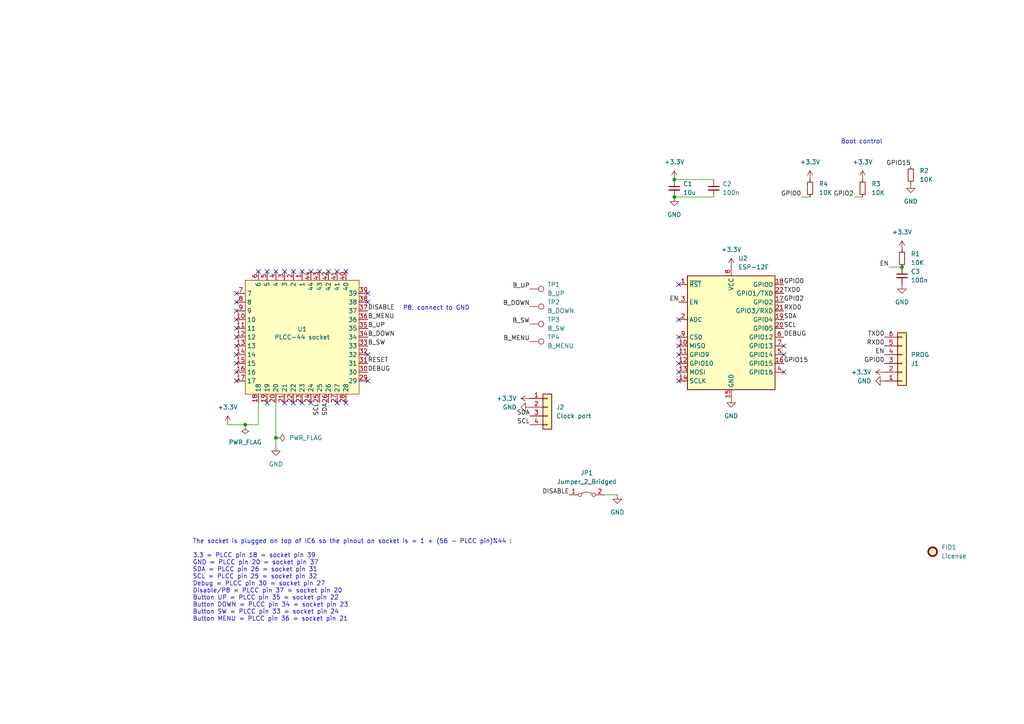
<source format=kicad_sch>
(kicad_sch (version 20230121) (generator eeschema)
  (paper "A4")
  (title_block (title "GBS-control board") (date "2022-10-22") (rev "0.1") (company "FLACO 2022 CC-BY-NC-SA"))
  (lib_symbols
    (symbol "Connector:TestPoint" (pin_numbers hide) (pin_names (offset 0.762) hide)
      (property "Reference" "TP" (at 0 6.858 0))
      (property "Value" "TestPoint" (at 0 5.08 0))
      (symbol "TestPoint_0_1"
        (circle (center 0 3.302) (radius 0.762))
      )
      (symbol "TestPoint_1_1"
        (pin passive line (at 0 0 90) (length 2.54) (name "1") (number "1"))
      )
    )
    (symbol "Connector_Generic:Conn_01x04" (pin_names (offset 1.016) hide)
      (property "Reference" "J" (at 0 5.08 0))
      (property "Value" "Conn_01x04" (at 0 -7.62 0))
      (symbol "Conn_01x04_1_1"
        (rectangle (start -1.27 -4.953) (end 0 -5.207) (stroke (width 0.1524)))
        (rectangle (start -1.27 -2.413) (end 0 -2.667) (stroke (width 0.1524)))
        (rectangle (start -1.27 0.127) (end 0 -0.127) (stroke (width 0.1524)))
        (rectangle (start -1.27 2.667) (end 0 2.413) (stroke (width 0.1524)))
        (rectangle (start -1.27 3.81) (end 1.27 -6.35) (stroke (width 0.254)) (fill (type background)))
        (pin passive line (at -5.08 2.54 0) (length 3.81) (name "Pin_1") (number "1"))
        (pin passive line (at -5.08 0 0) (length 3.81) (name "Pin_2") (number "2"))
        (pin passive line (at -5.08 -2.54 0) (length 3.81) (name "Pin_3") (number "3"))
        (pin passive line (at -5.08 -5.08 0) (length 3.81) (name "Pin_4") (number "4"))
      )
    )
    (symbol "Connector_Generic:Conn_01x06" (pin_names (offset 1.016) hide)
      (property "Reference" "J" (at 0 7.62 0))
      (property "Value" "Conn_01x06" (at 0 -10.16 0))
      (symbol "Conn_01x06_1_1"
        (rectangle (start -1.27 -7.493) (end 0 -7.747) (stroke (width 0.1524)))
        (rectangle (start -1.27 -4.953) (end 0 -5.207) (stroke (width 0.1524)))
        (rectangle (start -1.27 -2.413) (end 0 -2.667) (stroke (width 0.1524)))
        (rectangle (start -1.27 0.127) (end 0 -0.127) (stroke (width 0.1524)))
        (rectangle (start -1.27 2.667) (end 0 2.413) (stroke (width 0.1524)))
        (rectangle (start -1.27 5.207) (end 0 4.953) (stroke (width 0.1524)))
        (rectangle (start -1.27 6.35) (end 1.27 -8.89) (stroke (width 0.254)) (fill (type background)))
        (pin passive line (at -5.08 5.08 0) (length 3.81) (name "Pin_1") (number "1"))
        (pin passive line (at -5.08 2.54 0) (length 3.81) (name "Pin_2") (number "2"))
        (pin passive line (at -5.08 0 0) (length 3.81) (name "Pin_3") (number "3"))
        (pin passive line (at -5.08 -2.54 0) (length 3.81) (name "Pin_4") (number "4"))
        (pin passive line (at -5.08 -5.08 0) (length 3.81) (name "Pin_5") (number "5"))
        (pin passive line (at -5.08 -7.62 0) (length 3.81) (name "Pin_6") (number "6"))
      )
    )
    (symbol "Device:C_Small" (pin_numbers hide) (pin_names (offset 0.254) hide)
      (property "Reference" "C" (at 0.254 1.778 0))
      (property "Value" "C_Small" (at 0.254 -2.032 0))
      (symbol "C_Small_0_1"
        (polyline (pts (xy -1.524 -0.508) (xy 1.524 -0.508)) (stroke (width 0.3302)))
        (polyline (pts (xy -1.524 0.508) (xy 1.524 0.508)) (stroke (width 0.3048)))
      )
      (symbol "C_Small_1_1"
        (pin passive line (at 0 2.54 270) (length 2.032) (name "~") (number "1"))
        (pin passive line (at 0 -2.54 90) (length 2.032) (name "~") (number "2"))
      )
    )
    (symbol "Device:R_Small" (pin_numbers hide) (pin_names (offset 0.254) hide)
      (property "Reference" "R" (at 0.762 0.508 0))
      (property "Value" "R_Small" (at 0.762 -1.016 0))
      (symbol "R_Small_0_1"
        (rectangle (start -0.762 1.778) (end 0.762 -1.778) (stroke (width 0.2032)))
      )
      (symbol "R_Small_1_1"
        (pin passive line (at 0 2.54 270) (length 0.762) (name "~") (number "1"))
        (pin passive line (at 0 -2.54 90) (length 0.762) (name "~") (number "2"))
      )
    )
    (symbol "Jumper:Jumper_2_Bridged" (pin_names (offset 0) hide)
      (property "Reference" "JP" (at 0 1.905 0))
      (property "Value" "Jumper_2_Bridged" (at 0 -2.54 0))
      (symbol "Jumper_2_Bridged_0_0"
        (circle (center -2.032 0) (radius 0.508))
        (circle (center 2.032 0) (radius 0.508))
      )
      (symbol "Jumper_2_Bridged_0_1"
        (arc (start 1.524 0.254) (mid 0 0.762) (end -1.524 0.254))
      )
      (symbol "Jumper_2_Bridged_1_1"
        (pin passive line (at -5.08 0 0) (length 2.54) (name "A") (number "1"))
        (pin passive line (at 5.08 0 180) (length 2.54) (name "B") (number "2"))
      )
    )
    (symbol "Mechanical:Fiducial"
      (property "Reference" "FID" (at 0 5.08 0))
      (property "Value" "Fiducial" (at 0 3.175 0))
      (symbol "Fiducial_0_1"
        (circle (center 0 0) (radius 1.27) (stroke (width 0.508)) (fill (type background)))
      )
    )
    (symbol "RF_Module:ESP-12F"
      (property "Reference" "U" (at -12.7 19.05 0))
      (property "Value" "ESP-12F" (at 12.7 19.05 0))
      (symbol "ESP-12F_0_1"
        (rectangle (start -12.7 17.78) (end 12.7 -15.24) (stroke (width 0.254)) (fill (type background)))
      )
      (symbol "ESP-12F_1_1"
        (pin input line (at -15.24 15.24 0) (length 2.54) (name "~{RST}") (number "1"))
        (pin bidirectional line (at -15.24 -2.54 0) (length 2.54) (name "MISO") (number "10"))
        (pin bidirectional line (at -15.24 -5.08 0) (length 2.54) (name "GPIO9") (number "11"))
        (pin bidirectional line (at -15.24 -7.62 0) (length 2.54) (name "GPIO10") (number "12"))
        (pin bidirectional line (at -15.24 -10.16 0) (length 2.54) (name "MOSI") (number "13"))
        (pin bidirectional line (at -15.24 -12.7 0) (length 2.54) (name "SCLK") (number "14"))
        (pin power_in line (at 0 -17.78 90) (length 2.54) (name "GND") (number "15"))
        (pin bidirectional line (at 15.24 -7.62 180) (length 2.54) (name "GPIO15") (number "16"))
        (pin bidirectional line (at 15.24 10.16 180) (length 2.54) (name "GPIO2") (number "17"))
        (pin bidirectional line (at 15.24 15.24 180) (length 2.54) (name "GPIO0") (number "18"))
        (pin bidirectional line (at 15.24 5.08 180) (length 2.54) (name "GPIO4") (number "19"))
        (pin input line (at -15.24 5.08 0) (length 2.54) (name "ADC") (number "2"))
        (pin bidirectional line (at 15.24 2.54 180) (length 2.54) (name "GPIO5") (number "20"))
        (pin bidirectional line (at 15.24 7.62 180) (length 2.54) (name "GPIO3/RXD") (number "21"))
        (pin bidirectional line (at 15.24 12.7 180) (length 2.54) (name "GPIO1/TXD") (number "22"))
        (pin input line (at -15.24 10.16 0) (length 2.54) (name "EN") (number "3"))
        (pin bidirectional line (at 15.24 -10.16 180) (length 2.54) (name "GPIO16") (number "4"))
        (pin bidirectional line (at 15.24 -5.08 180) (length 2.54) (name "GPIO14") (number "5"))
        (pin bidirectional line (at 15.24 0 180) (length 2.54) (name "GPIO12") (number "6"))
        (pin bidirectional line (at 15.24 -2.54 180) (length 2.54) (name "GPIO13") (number "7"))
        (pin power_in line (at 0 20.32 270) (length 2.54) (name "VCC") (number "8"))
        (pin input line (at -15.24 0 0) (length 2.54) (name "CS0") (number "9"))
      )
    )
    (symbol "Sassa:PLCC-44"
      (property "Reference" "J" (at 0 2.3114 0))
      (property "Value" "PLCC-44" (at 0 0 0))
      (symbol "PLCC-44_0_1"
        (rectangle (start -16.51 16.51) (end 16.51 -16.51) (fill (type background)))
      )
      (symbol "PLCC-44_1_1"
        (pin passive line (at 0 19.05 270) (length 2.54) (name "1") (number "1"))
        (pin passive line (at -19.05 5.08 0) (length 2.54) (name "10") (number "10"))
        (pin passive line (at -19.05 2.54 0) (length 2.54) (name "11") (number "11"))
        (pin passive line (at -19.05 0 0) (length 2.54) (name "12") (number "12"))
        (pin passive line (at -19.05 -2.54 0) (length 2.54) (name "13") (number "13"))
        (pin passive line (at -19.05 -5.08 0) (length 2.54) (name "14") (number "14"))
        (pin passive line (at -19.05 -7.62 0) (length 2.54) (name "15") (number "15"))
        (pin passive line (at -19.05 -10.16 0) (length 2.54) (name "16") (number "16"))
        (pin passive line (at -19.05 -12.7 0) (length 2.54) (name "17") (number "17"))
        (pin passive line (at -12.7 -19.05 90) (length 2.54) (name "18") (number "18"))
        (pin passive line (at -10.16 -19.05 90) (length 2.54) (name "19") (number "19"))
        (pin passive line (at -2.54 19.05 270) (length 2.54) (name "2") (number "2"))
        (pin passive line (at -7.62 -19.05 90) (length 2.54) (name "20") (number "20"))
        (pin passive line (at -5.08 -19.05 90) (length 2.54) (name "21") (number "21"))
        (pin passive line (at -2.54 -19.05 90) (length 2.54) (name "22") (number "22"))
        (pin passive line (at 0 -19.05 90) (length 2.54) (name "23") (number "23"))
        (pin passive line (at 2.54 -19.05 90) (length 2.54) (name "24") (number "24"))
        (pin passive line (at 5.08 -19.05 90) (length 2.54) (name "25") (number "25"))
        (pin passive line (at 7.62 -19.05 90) (length 2.54) (name "26") (number "26"))
        (pin passive line (at 10.16 -19.05 90) (length 2.54) (name "27") (number "27"))
        (pin passive line (at 12.7 -19.05 90) (length 2.54) (name "28") (number "28"))
        (pin passive line (at 19.05 -12.7 180) (length 2.54) (name "29") (number "29"))
        (pin passive line (at -5.08 19.05 270) (length 2.54) (name "3") (number "3"))
        (pin passive line (at 19.05 -10.16 180) (length 2.54) (name "30") (number "30"))
        (pin passive line (at 19.05 -7.62 180) (length 2.54) (name "31") (number "31"))
        (pin passive line (at 19.05 -5.08 180) (length 2.54) (name "32") (number "32"))
        (pin passive line (at 19.05 -2.54 180) (length 2.54) (name "33") (number "33"))
        (pin passive line (at 19.05 0 180) (length 2.54) (name "34") (number "34"))
        (pin passive line (at 19.05 2.54 180) (length 2.54) (name "35") (number "35"))
        (pin passive line (at 19.05 5.08 180) (length 2.54) (name "36") (number "36"))
        (pin passive line (at 19.05 7.62 180) (length 2.54) (name "37") (number "37"))
        (pin passive line (at 19.05 10.16 180) (length 2.54) (name "38") (number "38"))
        (pin passive line (at 19.05 12.7 180) (length 2.54) (name "39") (number "39"))
        (pin passive line (at -7.62 19.05 270) (length 2.54) (name "4") (number "4"))
        (pin passive line (at 12.7 19.05 270) (length 2.54) (name "40") (number "40"))
        (pin passive line (at 10.16 19.05 270) (length 2.54) (name "41") (number "41"))
        (pin passive line (at 7.62 19.05 270) (length 2.54) (name "42") (number "42"))
        (pin passive line (at 5.08 19.05 270) (length 2.54) (name "43") (number "43"))
        (pin passive line (at 2.54 19.05 270) (length 2.54) (name "44") (number "44"))
        (pin passive line (at -10.16 19.05 270) (length 2.54) (name "5") (number "5"))
        (pin passive line (at -12.7 19.05 270) (length 2.54) (name "6") (number "6"))
        (pin passive line (at -19.05 12.7 0) (length 2.54) (name "7") (number "7"))
        (pin passive line (at -19.05 10.16 0) (length 2.54) (name "8") (number "8"))
        (pin passive line (at -19.05 7.62 0) (length 2.54) (name "9") (number "9"))
      )
    )
    (symbol "power:+3.3V" (power) (pin_names (offset 0))
      (property "Value" "+3.3V" (at 0 3.556 0))
      (symbol "+3.3V_0_1"
        (polyline (pts (xy -0.762 1.27) (xy 0 2.54)))
        (polyline (pts (xy 0 0) (xy 0 2.54)))
        (polyline (pts (xy 0 2.54) (xy 0.762 1.27)))
      )
      (symbol "+3.3V_1_1"
        (pin power_in line (at 0 0 90) (length 0) hide (name "+3.3V") (number "1"))
      )
    )
    (symbol "power:GND" (power) (pin_names (offset 0))
      (property "Value" "GND" (at 0 -3.81 0))
      (symbol "GND_0_1"
        (polyline (pts (xy 0 0) (xy 0 -1.27) (xy 1.27 -1.27) (xy 0 -2.54) (xy -1.27 -1.27) (xy 0 -1.27)))
      )
      (symbol "GND_1_1"
        (pin power_in line (at 0 0 270) (length 0) hide (name "GND") (number "1"))
      )
    )
    (symbol "power:PWR_FLAG" (power) (pin_numbers hide) (pin_names (offset 0) hide)
      (property "Value" "PWR_FLAG" (at 0 3.81 0))
      (symbol "PWR_FLAG_0_0"
        (pin power_out line (at 0 0 90) (length 0) (name "pwr") (number "1"))
      )
      (symbol "PWR_FLAG_0_1"
        (polyline (pts (xy 0 0) (xy 0 1.27) (xy -1.016 1.905) (xy 0 2.54) (xy 1.016 1.905) (xy 0 1.27)))
      )
    )
  )
  (junction (at 195.58 52.07))
  (junction (at 71.12 123.19))
  (junction (at 80.01 127))
  (junction (at 261.62 77.47))
  (junction (at 195.58 57.15))
  (no_connect (at 227.33 107.95))
  (no_connect (at 82.55 78.74))
  (no_connect (at 90.17 116.84))
  (no_connect (at 196.85 102.87))
  (no_connect (at 85.09 116.84))
  (no_connect (at 77.47 116.84))
  (no_connect (at 74.93 78.74))
  (no_connect (at 95.25 78.74))
  (no_connect (at 80.01 78.74))
  (no_connect (at 196.85 82.55))
  (no_connect (at 100.33 116.84))
  (no_connect (at 92.71 78.74))
  (no_connect (at 68.58 105.41))
  (no_connect (at 87.63 78.74))
  (no_connect (at 68.58 107.95))
  (no_connect (at 100.33 78.74))
  (no_connect (at 196.85 100.33))
  (no_connect (at 90.17 78.74))
  (no_connect (at 77.47 78.74))
  (no_connect (at 106.68 102.87))
  (no_connect (at 196.85 107.95))
  (no_connect (at 196.85 110.49))
  (no_connect (at 68.58 90.17))
  (no_connect (at 106.68 85.09))
  (no_connect (at 196.85 105.41))
  (no_connect (at 68.58 100.33))
  (no_connect (at 87.63 116.84))
  (no_connect (at 85.09 78.74))
  (no_connect (at 68.58 97.79))
  (no_connect (at 106.68 87.63))
  (no_connect (at 196.85 92.71))
  (no_connect (at 68.58 85.09))
  (no_connect (at 68.58 102.87))
  (no_connect (at 68.58 110.49))
  (no_connect (at 68.58 95.25))
  (no_connect (at 68.58 92.71))
  (no_connect (at 97.79 116.84))
  (no_connect (at 227.33 100.33))
  (no_connect (at 196.85 97.79))
  (no_connect (at 97.79 78.74))
  (no_connect (at 106.68 110.49))
  (no_connect (at 82.55 116.84))
  (no_connect (at 227.33 102.87))
  (no_connect (at 68.58 87.63))
  (wire (pts (xy 195.58 57.15) (xy 207.01 57.15)))
  (wire (pts (xy 80.01 129.54) (xy 80.01 127)))
  (wire (pts (xy 247.65 57.15) (xy 250.19 57.15)))
  (wire (pts (xy 257.81 77.47) (xy 261.62 77.47)))
  (wire (pts (xy 232.41 57.15) (xy 234.95 57.15)))
  (wire (pts (xy 175.26 143.51) (xy 179.07 143.51)))
  (wire (pts (xy 80.01 127) (xy 80.01 116.84)))
  (wire (pts (xy 74.93 123.19) (xy 71.12 123.19)))
  (wire (pts (xy 195.58 52.07) (xy 207.01 52.07)))
  (wire (pts (xy 71.12 123.19) (xy 66.04 123.19)))
  (wire (pts (xy 74.93 116.84) (xy 74.93 123.19)))
  (text "Boot control" (at 243.84 41.91 0) (effects (font (size 1.27 1.27)) (justify left bottom)))
  (text "P8, connect to GND" (at 116.84 90.17 0) (effects (font (size 1.27 1.27)) (justify left bottom)))
  (text "\nThe socket is plugged on top of IC6 so the pinout on socket is = 1 + (56 - PLCC pin)%44 :\n\n3.3 = PLCC pin 18 = socket pin 39\nGND = PLCC pin 20 = socket pin 37\nSDA = PLCC pin 26 = socket pin 31\nSCL = PLCC pin 25 = socket pin 32\nDebug = PLCC pin 30 = socket pin 27\nDisable/P8 = PLCC pin 37 = socket pin 20\nButton UP = PLCC pin 35 = socket pin 22\nButton DOWN = PLCC pin 34 = socket pin 23\nButton SW = PLCC pin 33 = socket pin 24\nButton MENU = PLCC pin 36 = socket pin 21\n" (at 55.88 180.34 0) (effects (font (size 1.27 1.27)) (justify left bottom)))
  (label "B_SW" (at 106.68 100.33 0))
  (label "SDA" (at 95.25 116.84 270))
  (label "GPIO2" (at 247.65 57.15 180))
  (label "TXD0" (at 256.54 97.79 180))
  (label "DEBUG" (at 227.33 97.79 0))
  (label "DISABLE" (at 106.68 90.17 0))
  (label "GPIO15" (at 264.16 48.26 180))
  (label "EN" (at 256.54 102.87 180))
  (label "B_MENU" (at 153.67 99.06 180))
  (label "EN" (at 196.85 87.63 180))
  (label "B_UP" (at 153.67 83.82 180))
  (label "EN" (at 257.81 77.47 180))
  (label "SCL" (at 153.67 123.19 180))
  (label "B_DOWN" (at 153.67 88.9 180))
  (label "DISABLE" (at 165.1 143.51 180))
  (label "SDA" (at 227.33 92.71 0))
  (label "RXD0" (at 227.33 90.17 0))
  (label "SDA" (at 153.67 120.65 180))
  (label "GPIO2" (at 227.33 87.63 0))
  (label "B_DOWN" (at 106.68 97.79 0))
  (label "RESET" (at 106.68 105.41 0))
  (label "GPIO0" (at 232.41 57.15 180))
  (label "SCL" (at 227.33 95.25 0))
  (label "B_SW" (at 153.67 93.98 180))
  (label "TXD0" (at 227.33 85.09 0))
  (label "SCL" (at 92.71 116.84 270))
  (label "B_UP" (at 106.68 95.25 0))
  (label "RXD0" (at 256.54 100.33 180))
  (label "DEBUG" (at 106.68 107.95 0))
  (label "GPIO0" (at 227.33 82.55 0))
  (label "GPIO15" (at 227.33 105.41 0))
  (label "B_MENU" (at 106.68 92.71 0))
  (label "GPIO0" (at 256.54 105.41 180))
  (symbol (lib_id "power:+3.3V") (at 153.67 115.57 90) (unit 1)
    (property "Reference" "#PWR013" (effects hide))
    (property "Value" "+3.3V" (at 149.86 115.5699 90) (effects (justify left)))
  )
  (symbol (lib_id "power:GND") (at 195.58 57.15 0) (unit 1)
    (property "Reference" "#PWR0102" (effects hide))
    (property "Value" "GND" (at 195.58 62.23 0))
  )
  (symbol (lib_id "power:GND") (at 261.62 82.55 0) (unit 1)
    (property "Reference" "#PWR09" (effects hide))
    (property "Value" "GND" (at 261.62 87.63 0))
  )
  (symbol (lib_id "power:+3.3V") (at 261.62 72.39 0) (unit 1)
    (property "Reference" "#PWR08" (effects hide))
    (property "Value" "+3.3V" (at 261.62 67.31 0))
  )
  (symbol (lib_id "power:GND") (at 153.67 118.11 270) (unit 1)
    (property "Reference" "#PWR014" (effects hide))
    (property "Value" "GND" (at 149.86 118.1099 90) (effects (justify right)))
  )
  (symbol (lib_id "power:GND") (at 179.07 143.51 0) (unit 1)
    (property "Reference" "#PWR03" (effects hide))
    (property "Value" "GND" (at 179.07 148.59 0))
  )
  (symbol (lib_id "Device:R_Small") (at 261.62 74.93 0) (unit 1)
    (property "Reference" "R1" (at 264.16 73.6599 0) (effects (justify left)))
    (property "Value" "10K" (at 264.16 76.1999 0) (effects (justify left)))
    (property "Footprint" "Resistor_SMD:R_0805_2012Metric" (effects hide))
  )
  (symbol (lib_id "power:GND") (at 80.01 129.54 0) (unit 1)
    (property "Reference" "#PWR02" (effects hide))
    (property "Value" "GND" (at 80.01 134.62 0))
  )
  (symbol (lib_id "Connector_Generic:Conn_01x06") (at 261.62 105.41 0) (mirror x) (unit 1)
    (property "Reference" "J1" (at 264.16 105.4101 0) (effects (justify left)))
    (property "Value" "PROG" (at 264.16 102.8701 0) (effects (justify left)))
    (property "Footprint" "Connector_PinSocket_2.54mm:PinSocket_1x06_P2.54mm_Vertical" (effects hide))
  )
  (symbol (lib_id "Jumper:Jumper_2_Bridged") (at 170.18 143.51 0) (unit 1)
    (property "Reference" "JP1" (at 170.18 137.16 0))
    (property "Value" "Jumper_2_Bridged" (at 170.18 139.7 0))
    (property "Footprint" "Jumper:SolderJumper-2_P1.3mm_Bridged_RoundedPad1.0x1.5mm" (effects hide))
  )
  (symbol (lib_id "Connector:TestPoint") (at 153.67 93.98 270) (unit 1)
    (property "Reference" "TP3" (at 158.75 92.7099 90) (effects (justify left)))
    (property "Value" "B_SW" (at 158.75 95.2499 90) (effects (justify left)))
    (property "Footprint" "TestPoint:TestPoint_Pad_D1.0mm" (effects hide))
  )
  (symbol (lib_id "Device:R_Small") (at 250.19 54.61 0) (unit 1)
    (property "Reference" "R3" (at 252.73 53.3399 0) (effects (justify left)))
    (property "Value" "10K" (at 252.73 55.8799 0) (effects (justify left)))
    (property "Footprint" "Resistor_SMD:R_0805_2012Metric" (effects hide))
  )
  (symbol (lib_id "Connector:TestPoint") (at 153.67 99.06 270) (unit 1)
    (property "Reference" "TP4" (at 158.75 97.7899 90) (effects (justify left)))
    (property "Value" "B_MENU" (at 158.75 100.3299 90) (effects (justify left)))
    (property "Footprint" "TestPoint:TestPoint_Pad_D1.0mm" (effects hide))
  )
  (symbol (lib_id "Connector:TestPoint") (at 153.67 83.82 270) (unit 1)
    (property "Reference" "TP1" (at 158.75 82.5499 90) (effects (justify left)))
    (property "Value" "B_UP" (at 158.75 85.0899 90) (effects (justify left)))
    (property "Footprint" "TestPoint:TestPoint_Pad_D1.0mm" (effects hide))
  )
  (symbol (lib_id "power:+3.3V") (at 212.09 77.47 0) (unit 1)
    (property "Reference" "#PWR04" (effects hide))
    (property "Value" "+3.3V" (at 212.09 72.39 0))
  )
  (symbol (lib_id "Device:R_Small") (at 264.16 50.8 0) (unit 1)
    (property "Reference" "R2" (at 266.7 49.5299 0) (effects (justify left)))
    (property "Value" "10K" (at 266.7 52.0699 0) (effects (justify left)))
    (property "Footprint" "Resistor_SMD:R_0805_2012Metric" (effects hide))
  )
  (symbol (lib_id "power:PWR_FLAG") (at 80.01 127 270) (unit 1)
    (property "Reference" "#FLG01" (effects hide))
    (property "Value" "PWR_FLAG" (at 83.82 127 90) (effects (justify left)))
  )
  (symbol (lib_id "power:+3.3V") (at 256.54 107.95 90) (unit 1)
    (property "Reference" "#PWR06" (effects hide))
    (property "Value" "+3.3V" (at 252.73 107.9499 90) (effects (justify left)))
  )
  (symbol (lib_id "power:+3.3V") (at 234.95 52.07 0) (unit 1)
    (property "Reference" "#PWR012" (effects hide))
    (property "Value" "+3.3V" (at 234.95 46.99 0))
  )
  (symbol (lib_id "Connector:TestPoint") (at 153.67 88.9 270) (unit 1)
    (property "Reference" "TP2" (at 158.75 87.6299 90) (effects (justify left)))
    (property "Value" "B_DOWN" (at 158.75 90.1699 90) (effects (justify left)))
    (property "Footprint" "TestPoint:TestPoint_Pad_D1.0mm" (effects hide))
  )
  (symbol (lib_id "power:GND") (at 264.16 53.34 0) (unit 1)
    (property "Reference" "#PWR010" (effects hide))
    (property "Value" "GND" (at 264.16 58.42 0))
  )
  (symbol (lib_id "power:PWR_FLAG") (at 71.12 123.19 180) (unit 1)
    (property "Reference" "#FLG02" (effects hide))
    (property "Value" "PWR_FLAG" (at 71.12 128.27 0))
  )
  (symbol (lib_id "power:GND") (at 256.54 110.49 270) (unit 1)
    (property "Reference" "#PWR07" (effects hide))
    (property "Value" "GND" (at 252.73 110.4899 90) (effects (justify right)))
  )
  (symbol (lib_id "Mechanical:Fiducial") (at 270.51 160.02 0) (unit 1)
    (property "Reference" "FID1" (at 273.05 158.7499 0) (effects (justify left)))
    (property "Value" "License" (at 273.05 161.2899 0) (effects (justify left)))
    (property "Footprint" "Sassa:CC_BY_NC_SA_long_silkscreen" (effects hide))
  )
  (symbol (lib_id "power:+3.3V") (at 195.58 52.07 0) (unit 1)
    (property "Reference" "#PWR0101" (effects hide))
    (property "Value" "+3.3V" (at 195.58 46.99 0))
  )
  (symbol (lib_id "Connector_Generic:Conn_01x04") (at 158.75 118.11 0) (unit 1)
    (property "Reference" "J2" (at 161.29 118.1099 0) (effects (justify left)))
    (property "Value" "Clock port" (at 161.29 120.6499 0) (effects (justify left)))
    (property "Footprint" "Connector_PinHeader_2.54mm:PinHeader_1x04_P2.54mm_Vertical" (effects hide))
  )
  (symbol (lib_id "Device:C_Small") (at 261.62 80.01 0) (unit 1)
    (property "Reference" "C3" (at 264.16 78.7462 0) (effects (justify left)))
    (property "Value" "100n" (at 264.16 81.2862 0) (effects (justify left)))
    (property "Footprint" "Capacitor_SMD:C_0805_2012Metric" (effects hide))
  )
  (symbol (lib_id "power:GND") (at 212.09 115.57 0) (unit 1)
    (property "Reference" "#PWR05" (effects hide))
    (property "Value" "GND" (at 212.09 120.65 0))
  )
  (symbol (lib_id "power:+3.3V") (at 66.04 123.19 0) (unit 1)
    (property "Reference" "#PWR01" (effects hide))
    (property "Value" "+3.3V" (at 66.04 118.11 0))
  )
  (symbol (lib_id "Device:C_Small") (at 195.58 54.61 0) (unit 1)
    (property "Reference" "C1" (at 198.12 53.3462 0) (effects (justify left)))
    (property "Value" "10u" (at 198.12 55.8862 0) (effects (justify left)))
    (property "Footprint" "Capacitor_SMD:C_0805_2012Metric" (effects hide))
  )
  (symbol (lib_id "Device:C_Small") (at 207.01 54.61 0) (unit 1)
    (property "Reference" "C2" (at 209.55 53.3462 0) (effects (justify left)))
    (property "Value" "100n" (at 209.55 55.8862 0) (effects (justify left)))
    (property "Footprint" "Capacitor_SMD:C_0805_2012Metric" (effects hide))
  )
  (symbol (lib_id "RF_Module:ESP-12F") (at 212.09 97.79 0) (unit 1)
    (property "Reference" "U2" (at 214.1094 74.93 0) (effects (justify left)))
    (property "Value" "ESP-12F" (at 214.1094 77.47 0) (effects (justify left)))
    (property "Footprint" "Sassa:ESP-12E_No-bottom-pins" (effects hide))
    (property "Datasheet" "http://wiki.ai-thinker.com/_media/esp8266/esp8266_series_modules_user_manual_v1.1.pdf" (effects hide))
  )
  (symbol (lib_id "power:+3.3V") (at 250.19 52.07 0) (unit 1)
    (property "Reference" "#PWR011" (effects hide))
    (property "Value" "+3.3V" (at 250.19 46.99 0))
  )
  (symbol (lib_id "Sassa:PLCC-44") (at 87.63 97.79 0) (unit 1)
    (property "Reference" "U1" (at 87.63 95.4786 0))
    (property "Value" "PLCC-44 socket" (at 87.63 97.79 0))
    (property "Footprint" "Sassa:PLCC-44_THT-SocketOnTop" (effects hide))
  )
  (symbol (lib_id "Device:R_Small") (at 234.95 54.61 0) (unit 1)
    (property "Reference" "R4" (at 237.49 53.3399 0) (effects (justify left)))
    (property "Value" "10K" (at 237.49 55.8799 0) (effects (justify left)))
    (property "Footprint" "Resistor_SMD:R_0805_2012Metric" (effects hide))
  )
)
</source>
